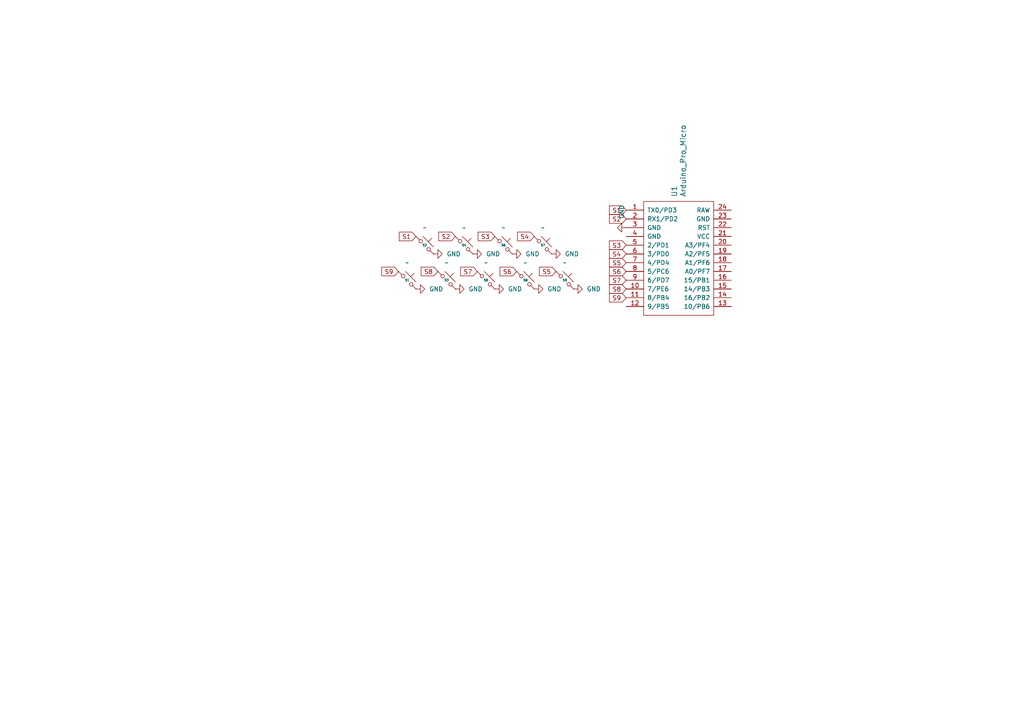
<source format=kicad_sch>
(kicad_sch (version 20250114) (generator "eeschema") (generator_version "9.0")
  (paper "A4")
  (lib_symbols
    (symbol "ScottoKeebs:MCU_Arduino_Pro_Micro" (pin_names (offset 1.016))
      (property "Reference" "U" (at 0 0 0))
      (property "Value" "Arduino_Pro_Micro" (at 0 -19.05 0))
      (symbol "MCU_Arduino_Pro_Micro_0_1"
        (rectangle (start -10.16 16.51) (end 10.16 -16.51))
      )
      (symbol "MCU_Arduino_Pro_Micro_1_1"
        (pin input line (at -15.24 13.97 0) (length 5.08) (name "TX0/PD3") (number "1"))
        (pin input line (at -15.24 11.43 0) (length 5.08) (name "RX1/PD2") (number "2"))
        (pin input line (at -15.24 8.89 0) (length 5.08) (name "GND") (number "3"))
        (pin input line (at -15.24 6.35 0) (length 5.08) (name "GND") (number "4"))
        (pin input line (at -15.24 3.81 0) (length 5.08) (name "2/PD1") (number "5"))
        (pin input line (at -15.24 1.27 0) (length 5.08) (name "3/PD0") (number "6"))
        (pin input line (at -15.24 -1.27 0) (length 5.08) (name "4/PD4") (number "7"))
        (pin input line (at -15.24 -3.81 0) (length 5.08) (name "5/PC6") (number "8"))
        (pin input line (at -15.24 -6.35 0) (length 5.08) (name "6/PD7") (number "9"))
        (pin input line (at -15.24 -8.89 0) (length 5.08) (name "7/PE6") (number "10"))
        (pin input line (at -15.24 -11.43 0) (length 5.08) (name "8/PB4") (number "11"))
        (pin input line (at -15.24 -13.97 0) (length 5.08) (name "9/PB5") (number "12"))
        (pin input line (at 15.24 13.97 180) (length 5.08) (name "RAW") (number "24"))
        (pin input line (at 15.24 11.43 180) (length 5.08) (name "GND") (number "23"))
        (pin input line (at 15.24 8.89 180) (length 5.08) (name "RST") (number "22"))
        (pin input line (at 15.24 6.35 180) (length 5.08) (name "VCC") (number "21"))
        (pin input line (at 15.24 3.81 180) (length 5.08) (name "A3/PF4") (number "20"))
        (pin input line (at 15.24 1.27 180) (length 5.08) (name "A2/PF5") (number "19"))
        (pin input line (at 15.24 -1.27 180) (length 5.08) (name "A1/PF6") (number "18"))
        (pin input line (at 15.24 -3.81 180) (length 5.08) (name "A0/PF7") (number "17"))
        (pin input line (at 15.24 -6.35 180) (length 5.08) (name "15/PB1") (number "16"))
        (pin input line (at 15.24 -8.89 180) (length 5.08) (name "14/PB3") (number "15"))
        (pin input line (at 15.24 -11.43 180) (length 5.08) (name "16/PB2") (number "14"))
        (pin input line (at 15.24 -13.97 180) (length 5.08) (name "10/PB6") (number "13"))
      )
    )
    (symbol "ScottoKeebs:Placeholder_Keyswitch" (pin_numbers (hide yes)) (pin_names (offset 1.016) (hide yes))
      (property "Reference" "S" (at 0 0 0))
      (symbol "Placeholder_Keyswitch_0_1"
        (polyline (pts (xy -2.54 2.54) (xy -1.524 1.524) (xy -1.524 1.524)))
        (circle (center -1.1684 1.1684) (radius 0.508))
        (polyline (pts (xy -0.508 2.54) (xy 2.54 -0.508)))
        (polyline (pts (xy 1.016 1.016) (xy 2.032 2.032)))
        (circle (center 1.143 -1.1938) (radius 0.508))
        (polyline (pts (xy 1.524 -1.524) (xy 2.54 -2.54) (xy 2.54 -2.54) (xy 2.54 -2.54)))
        (pin passive line (at -2.54 2.54 0) (length 0) (name "1") (number "1"))
        (pin passive line (at 2.54 -2.54 180) (length 0) (name "2") (number "2"))
      )
    )
    (symbol "power:GND" (power) (pin_numbers (hide yes)) (pin_names (offset 0) (hide yes))
      (property "Value" "GND" (at 0 -3.81 0))
      (symbol "GND_0_1"
        (polyline (pts (xy 0 0) (xy 0 -1.27) (xy 1.27 -1.27) (xy 0 -2.54) (xy -1.27 -1.27) (xy 0 -1.27)))
      )
      (symbol "GND_1_1"
        (pin power_in line (at 0 0 270) (length 0) (name "~") (number "1"))
      )
    )
  )
  (global_label "S7" (shape input) (at 181.61 81.28 180) (property "Intersheetrefs" "${INTERSHEET_REFS}" (effects (hide yes))))
  (global_label "S1" (shape input) (at 120.65 68.58 180) (property "Intersheetrefs" "${INTERSHEET_REFS}" (effects (hide yes))))
  (global_label "S5" (shape input) (at 181.61 76.2 180) (property "Intersheetrefs" "${INTERSHEET_REFS}" (effects (hide yes))))
  (global_label "S7" (shape input) (at 138.43 78.74 180) (property "Intersheetrefs" "${INTERSHEET_REFS}" (effects (hide yes))))
  (global_label "S8" (shape input) (at 181.61 83.82 180) (property "Intersheetrefs" "${INTERSHEET_REFS}" (effects (hide yes))))
  (global_label "S5" (shape input) (at 161.29 78.74 180) (property "Intersheetrefs" "${INTERSHEET_REFS}" (effects (hide yes))))
  (global_label "S8" (shape input) (at 127 78.74 180) (property "Intersheetrefs" "${INTERSHEET_REFS}" (effects (hide yes))))
  (global_label "S4" (shape input) (at 154.94 68.58 180) (property "Intersheetrefs" "${INTERSHEET_REFS}" (effects (hide yes))))
  (global_label "S6" (shape input) (at 149.86 78.74 180) (property "Intersheetrefs" "${INTERSHEET_REFS}" (effects (hide yes))))
  (global_label "S2" (shape input) (at 132.08 68.58 180) (property "Intersheetrefs" "${INTERSHEET_REFS}" (effects (hide yes))))
  (global_label "S9" (shape input) (at 181.61 86.36 180) (property "Intersheetrefs" "${INTERSHEET_REFS}" (effects (hide yes))))
  (global_label "S2" (shape input) (at 181.61 63.5 180) (property "Intersheetrefs" "${INTERSHEET_REFS}" (effects (hide yes))))
  (global_label "S9" (shape input) (at 115.57 78.74 180) (property "Intersheetrefs" "${INTERSHEET_REFS}" (effects (hide yes))))
  (global_label "S6" (shape input) (at 181.61 78.74 180) (property "Intersheetrefs" "${INTERSHEET_REFS}" (effects (hide yes))))
  (global_label "S3" (shape input) (at 181.61 71.12 180) (property "Intersheetrefs" "${INTERSHEET_REFS}" (effects (hide yes))))
  (global_label "S1" (shape input) (at 181.61 60.96 180) (property "Intersheetrefs" "${INTERSHEET_REFS}" (effects (hide yes))))
  (global_label "S3" (shape input) (at 143.51 68.58 180) (property "Intersheetrefs" "${INTERSHEET_REFS}" (effects (hide yes))))
  (global_label "S4" (shape input) (at 181.61 73.66 180) (property "Intersheetrefs" "${INTERSHEET_REFS}" (effects (hide yes))))
  (symbol (lib_id "ScottoKeebs:Placeholder_Keyswitch") (at 163.83 81.28 0) (unit 1)
    (property "Reference" "S9" (at 163.83 81.28 0) (effects (font (size 0.635 0.635) (thickness 0.127) (bold yes))))
    (property "Value" "~" (at 163.83 76.2 0))
    (property "Footprint" "ScottoKeebs_Hotswap:Hotswap_MX_Plated_1.00u" (effects (hide yes)))
  )
  (symbol (lib_id "power:GND") (at 125.73 73.66 90) (unit 1)
    (property "Reference" "#PWR01" (effects (hide yes)))
    (property "Value" "GND" (at 129.54 73.6599 90) (effects (justify right)))
    (property "Description" "Power symbol creates a global label with name \"GND\" , ground" (effects (hide yes)))
  )
  (symbol (lib_id "ScottoKeebs:Placeholder_Keyswitch") (at 118.11 81.28 0) (unit 1)
    (property "Reference" "S1" (at 118.11 81.28 0) (effects (font (size 0.635 0.635) (thickness 0.127) (bold yes))))
    (property "Value" "~" (at 118.11 76.2 0))
    (property "Footprint" "ScottoKeebs_Hotswap:Hotswap_MX_Plated_1.00u" (effects (hide yes)))
  )
  (symbol (lib_id "power:GND") (at 160.02 73.66 90) (unit 1)
    (property "Reference" "#PWR04" (effects (hide yes)))
    (property "Value" "GND" (at 163.83 73.6599 90) (effects (justify right)))
    (property "Description" "Power symbol creates a global label with name \"GND\" , ground" (effects (hide yes)))
  )
  (symbol (lib_id "power:GND") (at 120.65 83.82 90) (unit 1)
    (property "Reference" "#PWR05" (effects (hide yes)))
    (property "Value" "GND" (at 124.46 83.8199 90) (effects (justify right)))
    (property "Description" "Power symbol creates a global label with name \"GND\" , ground" (effects (hide yes)))
  )
  (symbol (lib_id "ScottoKeebs:Placeholder_Keyswitch") (at 123.19 71.12 0) (unit 1)
    (property "Reference" "S2" (at 123.19 71.12 0) (effects (font (size 0.635 0.635) (thickness 0.127) (bold yes))))
    (property "Value" "~" (at 123.19 66.04 0))
    (property "Footprint" "ScottoKeebs_Hotswap:Hotswap_MX_Plated_1.00u" (effects (hide yes)))
  )
  (symbol (lib_id "power:GND") (at 181.61 66.04 270) (unit 1)
    (property "Reference" "#PWR010" (effects (hide yes)))
    (property "Value" "GND" (at 180.3399 63.5 0) (effects (justify right)))
    (property "Description" "Power symbol creates a global label with name \"GND\" , ground" (effects (hide yes)))
  )
  (symbol (lib_id "ScottoKeebs:MCU_Arduino_Pro_Micro") (at 196.85 74.93 0) (unit 1)
    (property "Reference" "U1" (at 195.5799 57.15 90) (effects (font (size 1.524 1.524)) (justify left)))
    (property "Value" "Arduino_Pro_Micro" (at 198.1199 57.15 90) (effects (font (size 1.524 1.524)) (justify left)))
    (property "Footprint" "ScottoKeebs_MCU:Arduino_Pro_Micro" (effects (hide yes)))
  )
  (symbol (lib_id "power:GND") (at 143.51 83.82 90) (unit 1)
    (property "Reference" "#PWR07" (effects (hide yes)))
    (property "Value" "GND" (at 147.32 83.8199 90) (effects (justify right)))
    (property "Description" "Power symbol creates a global label with name \"GND\" , ground" (effects (hide yes)))
  )
  (symbol (lib_id "power:GND") (at 154.94 83.82 90) (unit 1)
    (property "Reference" "#PWR08" (effects (hide yes)))
    (property "Value" "GND" (at 158.75 83.8199 90) (effects (justify right)))
    (property "Description" "Power symbol creates a global label with name \"GND\" , ground" (effects (hide yes)))
  )
  (symbol (lib_id "ScottoKeebs:Placeholder_Keyswitch") (at 146.05 71.12 0) (unit 1)
    (property "Reference" "S6" (at 146.05 71.12 0) (effects (font (size 0.635 0.635) (thickness 0.127) (bold yes))))
    (property "Value" "~" (at 146.05 66.04 0))
    (property "Footprint" "ScottoKeebs_Hotswap:Hotswap_MX_Plated_1.00u" (effects (hide yes)))
  )
  (symbol (lib_id "ScottoKeebs:Placeholder_Keyswitch") (at 140.97 81.28 0) (unit 1)
    (property "Reference" "S5" (at 140.97 81.28 0) (effects (font (size 0.635 0.635) (thickness 0.127) (bold yes))))
    (property "Value" "~" (at 140.97 76.2 0))
    (property "Footprint" "ScottoKeebs_Hotswap:Hotswap_MX_Plated_1.00u" (effects (hide yes)))
  )
  (symbol (lib_id "power:GND") (at 148.59 73.66 90) (unit 1)
    (property "Reference" "#PWR03" (effects (hide yes)))
    (property "Value" "GND" (at 152.4 73.6599 90) (effects (justify right)))
    (property "Description" "Power symbol creates a global label with name \"GND\" , ground" (effects (hide yes)))
  )
  (symbol (lib_id "power:GND") (at 166.37 83.82 90) (unit 1)
    (property "Reference" "#PWR09" (effects (hide yes)))
    (property "Value" "GND" (at 170.18 83.8199 90) (effects (justify right)))
    (property "Description" "Power symbol creates a global label with name \"GND\" , ground" (effects (hide yes)))
  )
  (symbol (lib_id "power:GND") (at 132.08 83.82 90) (unit 1)
    (property "Reference" "#PWR06" (effects (hide yes)))
    (property "Value" "GND" (at 135.89 83.8199 90) (effects (justify right)))
    (property "Description" "Power symbol creates a global label with name \"GND\" , ground" (effects (hide yes)))
  )
  (symbol (lib_id "ScottoKeebs:Placeholder_Keyswitch") (at 129.54 81.28 0) (unit 1)
    (property "Reference" "S3" (at 129.54 81.28 0) (effects (font (size 0.635 0.635) (thickness 0.127) (bold yes))))
    (property "Value" "~" (at 129.54 76.2 0))
    (property "Footprint" "ScottoKeebs_Hotswap:Hotswap_MX_Plated_1.00u" (effects (hide yes)))
  )
  (symbol (lib_id "ScottoKeebs:Placeholder_Keyswitch") (at 152.4 81.28 0) (unit 1)
    (property "Reference" "S8" (at 152.4 81.28 0) (effects (font (size 0.635 0.635) (thickness 0.127) (bold yes))))
    (property "Value" "~" (at 152.4 76.2 0))
    (property "Footprint" "ScottoKeebs_Hotswap:Hotswap_MX_Plated_1.00u" (effects (hide yes)))
  )
  (symbol (lib_id "ScottoKeebs:Placeholder_Keyswitch") (at 134.62 71.12 0) (unit 1)
    (property "Reference" "S4" (at 134.62 71.12 0) (effects (font (size 0.635 0.635) (thickness 0.127) (bold yes))))
    (property "Value" "~" (at 134.62 66.04 0))
    (property "Footprint" "ScottoKeebs_Hotswap:Hotswap_MX_Plated_1.00u" (effects (hide yes)))
  )
  (symbol (lib_id "power:GND") (at 137.16 73.66 90) (unit 1)
    (property "Reference" "#PWR02" (effects (hide yes)))
    (property "Value" "GND" (at 140.97 73.6599 90) (effects (justify right)))
    (property "Description" "Power symbol creates a global label with name \"GND\" , ground" (effects (hide yes)))
  )
  (symbol (lib_id "ScottoKeebs:Placeholder_Keyswitch") (at 157.48 71.12 0) (unit 1)
    (property "Reference" "S7" (at 157.48 71.12 0) (effects (font (size 0.635 0.635) (thickness 0.127) (bold yes))))
    (property "Value" "~" (at 157.48 66.04 0))
    (property "Footprint" "ScottoKeebs_Hotswap:Hotswap_MX_Plated_1.00u" (effects (hide yes)))
  )
)
</source>
